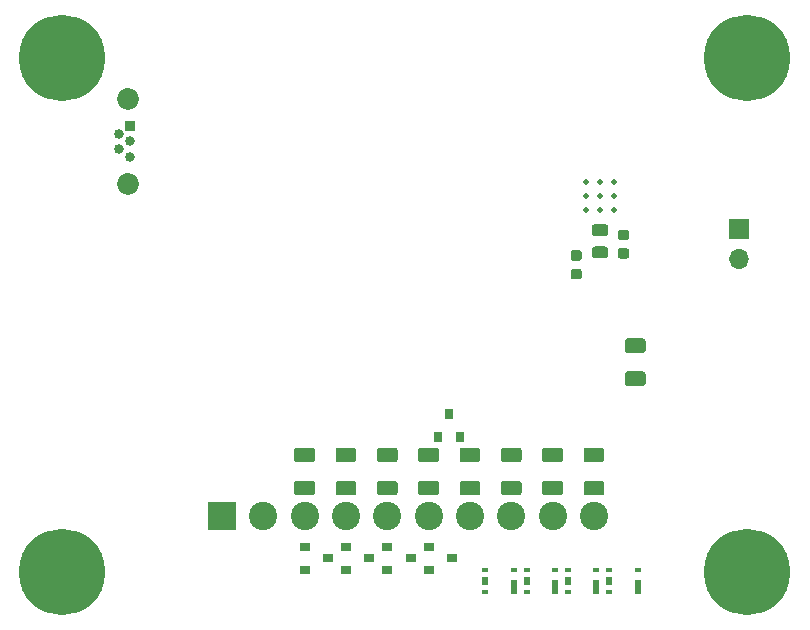
<source format=gbs>
G04 #@! TF.GenerationSoftware,KiCad,Pcbnew,(5.1.2-1)-1*
G04 #@! TF.CreationDate,2019-05-05T13:35:30-05:00*
G04 #@! TF.ProjectId,WiFi-Gate-Controller,57694669-2d47-4617-9465-2d436f6e7472,rev?*
G04 #@! TF.SameCoordinates,Original*
G04 #@! TF.FileFunction,Soldermask,Bot*
G04 #@! TF.FilePolarity,Negative*
%FSLAX46Y46*%
G04 Gerber Fmt 4.6, Leading zero omitted, Abs format (unit mm)*
G04 Created by KiCad (PCBNEW (5.1.2-1)-1) date 2019-05-05 13:35:30*
%MOMM*%
%LPD*%
G04 APERTURE LIST*
%ADD10R,0.500000X1.300000*%
%ADD11R,0.500000X0.400000*%
%ADD12R,0.500000X0.750000*%
%ADD13R,0.800000X0.900000*%
%ADD14C,7.300000*%
%ADD15C,2.400000*%
%ADD16R,2.400000X2.400000*%
%ADD17C,2.000000*%
%ADD18C,0.875000*%
%ADD19R,0.900000X0.800000*%
%ADD20C,1.250000*%
%ADD21C,0.975000*%
%ADD22R,1.700000X1.700000*%
%ADD23O,1.700000X1.700000*%
%ADD24R,0.840000X0.840000*%
%ADD25C,0.840000*%
%ADD26C,1.850000*%
%ADD27C,0.500000*%
G04 APERTURE END LIST*
D10*
X71700000Y-80250000D03*
D11*
X71700000Y-78800000D03*
X69300000Y-78800000D03*
D12*
X69300000Y-79750000D03*
D11*
X69300000Y-80700000D03*
D10*
X75200000Y-80250000D03*
D11*
X75200000Y-78800000D03*
X72800000Y-78800000D03*
D12*
X72800000Y-79750000D03*
D11*
X72800000Y-80700000D03*
D10*
X78700000Y-80250000D03*
D11*
X78700000Y-78800000D03*
X76300000Y-78800000D03*
D12*
X76300000Y-79750000D03*
D11*
X76300000Y-80700000D03*
D10*
X68200000Y-80250000D03*
D11*
X68200000Y-78800000D03*
X65800000Y-78800000D03*
D12*
X65800000Y-79750000D03*
D11*
X65800000Y-80700000D03*
D13*
X63700000Y-67617000D03*
X61800000Y-67617000D03*
X62750000Y-65617000D03*
D14*
X88000000Y-35500000D03*
X88000000Y-79000000D03*
X30000000Y-79000000D03*
X30000000Y-35500000D03*
D15*
X75000000Y-74250000D03*
X71500000Y-74250000D03*
X68000000Y-74250000D03*
D16*
X43500000Y-74250000D03*
D15*
X64500000Y-74281729D03*
X61000000Y-74250000D03*
X57500000Y-74250000D03*
X54000000Y-74250000D03*
X47000000Y-74250000D03*
X50500000Y-74250000D03*
D17*
G36*
X77777691Y-51601053D02*
G01*
X77798926Y-51604203D01*
X77819750Y-51609419D01*
X77839962Y-51616651D01*
X77859368Y-51625830D01*
X77877781Y-51636866D01*
X77895024Y-51649654D01*
X77910930Y-51664070D01*
X77925346Y-51679976D01*
X77938134Y-51697219D01*
X77949170Y-51715632D01*
X77958349Y-51735038D01*
X77965581Y-51755250D01*
X77970797Y-51776074D01*
X77973947Y-51797309D01*
X77975000Y-51818750D01*
X77975000Y-52256250D01*
X77973947Y-52277691D01*
X77970797Y-52298926D01*
X77965581Y-52319750D01*
X77958349Y-52339962D01*
X77949170Y-52359368D01*
X77938134Y-52377781D01*
X77925346Y-52395024D01*
X77910930Y-52410930D01*
X77895024Y-52425346D01*
X77877781Y-52438134D01*
X77859368Y-52449170D01*
X77839962Y-52458349D01*
X77819750Y-52465581D01*
X77798926Y-52470797D01*
X77777691Y-52473947D01*
X77756250Y-52475000D01*
X77243750Y-52475000D01*
X77222309Y-52473947D01*
X77201074Y-52470797D01*
X77180250Y-52465581D01*
X77160038Y-52458349D01*
X77140632Y-52449170D01*
X77122219Y-52438134D01*
X77104976Y-52425346D01*
X77089070Y-52410930D01*
X77074654Y-52395024D01*
X77061866Y-52377781D01*
X77050830Y-52359368D01*
X77041651Y-52339962D01*
X77034419Y-52319750D01*
X77029203Y-52298926D01*
X77026053Y-52277691D01*
X77025000Y-52256250D01*
X77025000Y-51818750D01*
X77026053Y-51797309D01*
X77029203Y-51776074D01*
X77034419Y-51755250D01*
X77041651Y-51735038D01*
X77050830Y-51715632D01*
X77061866Y-51697219D01*
X77074654Y-51679976D01*
X77089070Y-51664070D01*
X77104976Y-51649654D01*
X77122219Y-51636866D01*
X77140632Y-51625830D01*
X77160038Y-51616651D01*
X77180250Y-51609419D01*
X77201074Y-51604203D01*
X77222309Y-51601053D01*
X77243750Y-51600000D01*
X77756250Y-51600000D01*
X77777691Y-51601053D01*
X77777691Y-51601053D01*
G37*
D18*
X77500000Y-52037500D03*
D17*
G36*
X77777691Y-50026053D02*
G01*
X77798926Y-50029203D01*
X77819750Y-50034419D01*
X77839962Y-50041651D01*
X77859368Y-50050830D01*
X77877781Y-50061866D01*
X77895024Y-50074654D01*
X77910930Y-50089070D01*
X77925346Y-50104976D01*
X77938134Y-50122219D01*
X77949170Y-50140632D01*
X77958349Y-50160038D01*
X77965581Y-50180250D01*
X77970797Y-50201074D01*
X77973947Y-50222309D01*
X77975000Y-50243750D01*
X77975000Y-50681250D01*
X77973947Y-50702691D01*
X77970797Y-50723926D01*
X77965581Y-50744750D01*
X77958349Y-50764962D01*
X77949170Y-50784368D01*
X77938134Y-50802781D01*
X77925346Y-50820024D01*
X77910930Y-50835930D01*
X77895024Y-50850346D01*
X77877781Y-50863134D01*
X77859368Y-50874170D01*
X77839962Y-50883349D01*
X77819750Y-50890581D01*
X77798926Y-50895797D01*
X77777691Y-50898947D01*
X77756250Y-50900000D01*
X77243750Y-50900000D01*
X77222309Y-50898947D01*
X77201074Y-50895797D01*
X77180250Y-50890581D01*
X77160038Y-50883349D01*
X77140632Y-50874170D01*
X77122219Y-50863134D01*
X77104976Y-50850346D01*
X77089070Y-50835930D01*
X77074654Y-50820024D01*
X77061866Y-50802781D01*
X77050830Y-50784368D01*
X77041651Y-50764962D01*
X77034419Y-50744750D01*
X77029203Y-50723926D01*
X77026053Y-50702691D01*
X77025000Y-50681250D01*
X77025000Y-50243750D01*
X77026053Y-50222309D01*
X77029203Y-50201074D01*
X77034419Y-50180250D01*
X77041651Y-50160038D01*
X77050830Y-50140632D01*
X77061866Y-50122219D01*
X77074654Y-50104976D01*
X77089070Y-50089070D01*
X77104976Y-50074654D01*
X77122219Y-50061866D01*
X77140632Y-50050830D01*
X77160038Y-50041651D01*
X77180250Y-50034419D01*
X77201074Y-50029203D01*
X77222309Y-50026053D01*
X77243750Y-50025000D01*
X77756250Y-50025000D01*
X77777691Y-50026053D01*
X77777691Y-50026053D01*
G37*
D18*
X77500000Y-50462500D03*
D17*
G36*
X73777691Y-53351053D02*
G01*
X73798926Y-53354203D01*
X73819750Y-53359419D01*
X73839962Y-53366651D01*
X73859368Y-53375830D01*
X73877781Y-53386866D01*
X73895024Y-53399654D01*
X73910930Y-53414070D01*
X73925346Y-53429976D01*
X73938134Y-53447219D01*
X73949170Y-53465632D01*
X73958349Y-53485038D01*
X73965581Y-53505250D01*
X73970797Y-53526074D01*
X73973947Y-53547309D01*
X73975000Y-53568750D01*
X73975000Y-54006250D01*
X73973947Y-54027691D01*
X73970797Y-54048926D01*
X73965581Y-54069750D01*
X73958349Y-54089962D01*
X73949170Y-54109368D01*
X73938134Y-54127781D01*
X73925346Y-54145024D01*
X73910930Y-54160930D01*
X73895024Y-54175346D01*
X73877781Y-54188134D01*
X73859368Y-54199170D01*
X73839962Y-54208349D01*
X73819750Y-54215581D01*
X73798926Y-54220797D01*
X73777691Y-54223947D01*
X73756250Y-54225000D01*
X73243750Y-54225000D01*
X73222309Y-54223947D01*
X73201074Y-54220797D01*
X73180250Y-54215581D01*
X73160038Y-54208349D01*
X73140632Y-54199170D01*
X73122219Y-54188134D01*
X73104976Y-54175346D01*
X73089070Y-54160930D01*
X73074654Y-54145024D01*
X73061866Y-54127781D01*
X73050830Y-54109368D01*
X73041651Y-54089962D01*
X73034419Y-54069750D01*
X73029203Y-54048926D01*
X73026053Y-54027691D01*
X73025000Y-54006250D01*
X73025000Y-53568750D01*
X73026053Y-53547309D01*
X73029203Y-53526074D01*
X73034419Y-53505250D01*
X73041651Y-53485038D01*
X73050830Y-53465632D01*
X73061866Y-53447219D01*
X73074654Y-53429976D01*
X73089070Y-53414070D01*
X73104976Y-53399654D01*
X73122219Y-53386866D01*
X73140632Y-53375830D01*
X73160038Y-53366651D01*
X73180250Y-53359419D01*
X73201074Y-53354203D01*
X73222309Y-53351053D01*
X73243750Y-53350000D01*
X73756250Y-53350000D01*
X73777691Y-53351053D01*
X73777691Y-53351053D01*
G37*
D18*
X73500000Y-53787500D03*
D17*
G36*
X73777691Y-51776053D02*
G01*
X73798926Y-51779203D01*
X73819750Y-51784419D01*
X73839962Y-51791651D01*
X73859368Y-51800830D01*
X73877781Y-51811866D01*
X73895024Y-51824654D01*
X73910930Y-51839070D01*
X73925346Y-51854976D01*
X73938134Y-51872219D01*
X73949170Y-51890632D01*
X73958349Y-51910038D01*
X73965581Y-51930250D01*
X73970797Y-51951074D01*
X73973947Y-51972309D01*
X73975000Y-51993750D01*
X73975000Y-52431250D01*
X73973947Y-52452691D01*
X73970797Y-52473926D01*
X73965581Y-52494750D01*
X73958349Y-52514962D01*
X73949170Y-52534368D01*
X73938134Y-52552781D01*
X73925346Y-52570024D01*
X73910930Y-52585930D01*
X73895024Y-52600346D01*
X73877781Y-52613134D01*
X73859368Y-52624170D01*
X73839962Y-52633349D01*
X73819750Y-52640581D01*
X73798926Y-52645797D01*
X73777691Y-52648947D01*
X73756250Y-52650000D01*
X73243750Y-52650000D01*
X73222309Y-52648947D01*
X73201074Y-52645797D01*
X73180250Y-52640581D01*
X73160038Y-52633349D01*
X73140632Y-52624170D01*
X73122219Y-52613134D01*
X73104976Y-52600346D01*
X73089070Y-52585930D01*
X73074654Y-52570024D01*
X73061866Y-52552781D01*
X73050830Y-52534368D01*
X73041651Y-52514962D01*
X73034419Y-52494750D01*
X73029203Y-52473926D01*
X73026053Y-52452691D01*
X73025000Y-52431250D01*
X73025000Y-51993750D01*
X73026053Y-51972309D01*
X73029203Y-51951074D01*
X73034419Y-51930250D01*
X73041651Y-51910038D01*
X73050830Y-51890632D01*
X73061866Y-51872219D01*
X73074654Y-51854976D01*
X73089070Y-51839070D01*
X73104976Y-51824654D01*
X73122219Y-51811866D01*
X73140632Y-51800830D01*
X73160038Y-51791651D01*
X73180250Y-51784419D01*
X73201074Y-51779203D01*
X73222309Y-51776053D01*
X73243750Y-51775000D01*
X73756250Y-51775000D01*
X73777691Y-51776053D01*
X73777691Y-51776053D01*
G37*
D18*
X73500000Y-52212500D03*
D19*
X50500000Y-78800000D03*
X50500000Y-76900000D03*
X52500000Y-77850000D03*
X56000000Y-77850000D03*
X54000000Y-76900000D03*
X54000000Y-78800000D03*
X57500000Y-78800000D03*
X57500000Y-76900000D03*
X59500000Y-77850000D03*
X63000000Y-77850000D03*
X61000000Y-76900000D03*
X61000000Y-78800000D03*
D17*
G36*
X79149504Y-62026204D02*
G01*
X79173773Y-62029804D01*
X79197571Y-62035765D01*
X79220671Y-62044030D01*
X79242849Y-62054520D01*
X79263893Y-62067133D01*
X79283598Y-62081747D01*
X79301777Y-62098223D01*
X79318253Y-62116402D01*
X79332867Y-62136107D01*
X79345480Y-62157151D01*
X79355970Y-62179329D01*
X79364235Y-62202429D01*
X79370196Y-62226227D01*
X79373796Y-62250496D01*
X79375000Y-62275000D01*
X79375000Y-63025000D01*
X79373796Y-63049504D01*
X79370196Y-63073773D01*
X79364235Y-63097571D01*
X79355970Y-63120671D01*
X79345480Y-63142849D01*
X79332867Y-63163893D01*
X79318253Y-63183598D01*
X79301777Y-63201777D01*
X79283598Y-63218253D01*
X79263893Y-63232867D01*
X79242849Y-63245480D01*
X79220671Y-63255970D01*
X79197571Y-63264235D01*
X79173773Y-63270196D01*
X79149504Y-63273796D01*
X79125000Y-63275000D01*
X77875000Y-63275000D01*
X77850496Y-63273796D01*
X77826227Y-63270196D01*
X77802429Y-63264235D01*
X77779329Y-63255970D01*
X77757151Y-63245480D01*
X77736107Y-63232867D01*
X77716402Y-63218253D01*
X77698223Y-63201777D01*
X77681747Y-63183598D01*
X77667133Y-63163893D01*
X77654520Y-63142849D01*
X77644030Y-63120671D01*
X77635765Y-63097571D01*
X77629804Y-63073773D01*
X77626204Y-63049504D01*
X77625000Y-63025000D01*
X77625000Y-62275000D01*
X77626204Y-62250496D01*
X77629804Y-62226227D01*
X77635765Y-62202429D01*
X77644030Y-62179329D01*
X77654520Y-62157151D01*
X77667133Y-62136107D01*
X77681747Y-62116402D01*
X77698223Y-62098223D01*
X77716402Y-62081747D01*
X77736107Y-62067133D01*
X77757151Y-62054520D01*
X77779329Y-62044030D01*
X77802429Y-62035765D01*
X77826227Y-62029804D01*
X77850496Y-62026204D01*
X77875000Y-62025000D01*
X79125000Y-62025000D01*
X79149504Y-62026204D01*
X79149504Y-62026204D01*
G37*
D20*
X78500000Y-62650000D03*
D17*
G36*
X79149504Y-59226204D02*
G01*
X79173773Y-59229804D01*
X79197571Y-59235765D01*
X79220671Y-59244030D01*
X79242849Y-59254520D01*
X79263893Y-59267133D01*
X79283598Y-59281747D01*
X79301777Y-59298223D01*
X79318253Y-59316402D01*
X79332867Y-59336107D01*
X79345480Y-59357151D01*
X79355970Y-59379329D01*
X79364235Y-59402429D01*
X79370196Y-59426227D01*
X79373796Y-59450496D01*
X79375000Y-59475000D01*
X79375000Y-60225000D01*
X79373796Y-60249504D01*
X79370196Y-60273773D01*
X79364235Y-60297571D01*
X79355970Y-60320671D01*
X79345480Y-60342849D01*
X79332867Y-60363893D01*
X79318253Y-60383598D01*
X79301777Y-60401777D01*
X79283598Y-60418253D01*
X79263893Y-60432867D01*
X79242849Y-60445480D01*
X79220671Y-60455970D01*
X79197571Y-60464235D01*
X79173773Y-60470196D01*
X79149504Y-60473796D01*
X79125000Y-60475000D01*
X77875000Y-60475000D01*
X77850496Y-60473796D01*
X77826227Y-60470196D01*
X77802429Y-60464235D01*
X77779329Y-60455970D01*
X77757151Y-60445480D01*
X77736107Y-60432867D01*
X77716402Y-60418253D01*
X77698223Y-60401777D01*
X77681747Y-60383598D01*
X77667133Y-60363893D01*
X77654520Y-60342849D01*
X77644030Y-60320671D01*
X77635765Y-60297571D01*
X77629804Y-60273773D01*
X77626204Y-60249504D01*
X77625000Y-60225000D01*
X77625000Y-59475000D01*
X77626204Y-59450496D01*
X77629804Y-59426227D01*
X77635765Y-59402429D01*
X77644030Y-59379329D01*
X77654520Y-59357151D01*
X77667133Y-59336107D01*
X77681747Y-59316402D01*
X77698223Y-59298223D01*
X77716402Y-59281747D01*
X77736107Y-59267133D01*
X77757151Y-59254520D01*
X77779329Y-59244030D01*
X77802429Y-59235765D01*
X77826227Y-59229804D01*
X77850496Y-59226204D01*
X77875000Y-59225000D01*
X79125000Y-59225000D01*
X79149504Y-59226204D01*
X79149504Y-59226204D01*
G37*
D20*
X78500000Y-59850000D03*
D17*
G36*
X75995142Y-51451174D02*
G01*
X76018803Y-51454684D01*
X76042007Y-51460496D01*
X76064529Y-51468554D01*
X76086153Y-51478782D01*
X76106670Y-51491079D01*
X76125883Y-51505329D01*
X76143607Y-51521393D01*
X76159671Y-51539117D01*
X76173921Y-51558330D01*
X76186218Y-51578847D01*
X76196446Y-51600471D01*
X76204504Y-51622993D01*
X76210316Y-51646197D01*
X76213826Y-51669858D01*
X76215000Y-51693750D01*
X76215000Y-52181250D01*
X76213826Y-52205142D01*
X76210316Y-52228803D01*
X76204504Y-52252007D01*
X76196446Y-52274529D01*
X76186218Y-52296153D01*
X76173921Y-52316670D01*
X76159671Y-52335883D01*
X76143607Y-52353607D01*
X76125883Y-52369671D01*
X76106670Y-52383921D01*
X76086153Y-52396218D01*
X76064529Y-52406446D01*
X76042007Y-52414504D01*
X76018803Y-52420316D01*
X75995142Y-52423826D01*
X75971250Y-52425000D01*
X75058750Y-52425000D01*
X75034858Y-52423826D01*
X75011197Y-52420316D01*
X74987993Y-52414504D01*
X74965471Y-52406446D01*
X74943847Y-52396218D01*
X74923330Y-52383921D01*
X74904117Y-52369671D01*
X74886393Y-52353607D01*
X74870329Y-52335883D01*
X74856079Y-52316670D01*
X74843782Y-52296153D01*
X74833554Y-52274529D01*
X74825496Y-52252007D01*
X74819684Y-52228803D01*
X74816174Y-52205142D01*
X74815000Y-52181250D01*
X74815000Y-51693750D01*
X74816174Y-51669858D01*
X74819684Y-51646197D01*
X74825496Y-51622993D01*
X74833554Y-51600471D01*
X74843782Y-51578847D01*
X74856079Y-51558330D01*
X74870329Y-51539117D01*
X74886393Y-51521393D01*
X74904117Y-51505329D01*
X74923330Y-51491079D01*
X74943847Y-51478782D01*
X74965471Y-51468554D01*
X74987993Y-51460496D01*
X75011197Y-51454684D01*
X75034858Y-51451174D01*
X75058750Y-51450000D01*
X75971250Y-51450000D01*
X75995142Y-51451174D01*
X75995142Y-51451174D01*
G37*
D21*
X75515000Y-51937500D03*
D17*
G36*
X75995142Y-49576174D02*
G01*
X76018803Y-49579684D01*
X76042007Y-49585496D01*
X76064529Y-49593554D01*
X76086153Y-49603782D01*
X76106670Y-49616079D01*
X76125883Y-49630329D01*
X76143607Y-49646393D01*
X76159671Y-49664117D01*
X76173921Y-49683330D01*
X76186218Y-49703847D01*
X76196446Y-49725471D01*
X76204504Y-49747993D01*
X76210316Y-49771197D01*
X76213826Y-49794858D01*
X76215000Y-49818750D01*
X76215000Y-50306250D01*
X76213826Y-50330142D01*
X76210316Y-50353803D01*
X76204504Y-50377007D01*
X76196446Y-50399529D01*
X76186218Y-50421153D01*
X76173921Y-50441670D01*
X76159671Y-50460883D01*
X76143607Y-50478607D01*
X76125883Y-50494671D01*
X76106670Y-50508921D01*
X76086153Y-50521218D01*
X76064529Y-50531446D01*
X76042007Y-50539504D01*
X76018803Y-50545316D01*
X75995142Y-50548826D01*
X75971250Y-50550000D01*
X75058750Y-50550000D01*
X75034858Y-50548826D01*
X75011197Y-50545316D01*
X74987993Y-50539504D01*
X74965471Y-50531446D01*
X74943847Y-50521218D01*
X74923330Y-50508921D01*
X74904117Y-50494671D01*
X74886393Y-50478607D01*
X74870329Y-50460883D01*
X74856079Y-50441670D01*
X74843782Y-50421153D01*
X74833554Y-50399529D01*
X74825496Y-50377007D01*
X74819684Y-50353803D01*
X74816174Y-50330142D01*
X74815000Y-50306250D01*
X74815000Y-49818750D01*
X74816174Y-49794858D01*
X74819684Y-49771197D01*
X74825496Y-49747993D01*
X74833554Y-49725471D01*
X74843782Y-49703847D01*
X74856079Y-49683330D01*
X74870329Y-49664117D01*
X74886393Y-49646393D01*
X74904117Y-49630329D01*
X74923330Y-49616079D01*
X74943847Y-49603782D01*
X74965471Y-49593554D01*
X74987993Y-49585496D01*
X75011197Y-49579684D01*
X75034858Y-49576174D01*
X75058750Y-49575000D01*
X75971250Y-49575000D01*
X75995142Y-49576174D01*
X75995142Y-49576174D01*
G37*
D21*
X75515000Y-50062500D03*
D22*
X87250000Y-50000000D03*
D23*
X87250000Y-52540000D03*
D17*
G36*
X51149504Y-71276204D02*
G01*
X51173773Y-71279804D01*
X51197571Y-71285765D01*
X51220671Y-71294030D01*
X51242849Y-71304520D01*
X51263893Y-71317133D01*
X51283598Y-71331747D01*
X51301777Y-71348223D01*
X51318253Y-71366402D01*
X51332867Y-71386107D01*
X51345480Y-71407151D01*
X51355970Y-71429329D01*
X51364235Y-71452429D01*
X51370196Y-71476227D01*
X51373796Y-71500496D01*
X51375000Y-71525000D01*
X51375000Y-72275000D01*
X51373796Y-72299504D01*
X51370196Y-72323773D01*
X51364235Y-72347571D01*
X51355970Y-72370671D01*
X51345480Y-72392849D01*
X51332867Y-72413893D01*
X51318253Y-72433598D01*
X51301777Y-72451777D01*
X51283598Y-72468253D01*
X51263893Y-72482867D01*
X51242849Y-72495480D01*
X51220671Y-72505970D01*
X51197571Y-72514235D01*
X51173773Y-72520196D01*
X51149504Y-72523796D01*
X51125000Y-72525000D01*
X49875000Y-72525000D01*
X49850496Y-72523796D01*
X49826227Y-72520196D01*
X49802429Y-72514235D01*
X49779329Y-72505970D01*
X49757151Y-72495480D01*
X49736107Y-72482867D01*
X49716402Y-72468253D01*
X49698223Y-72451777D01*
X49681747Y-72433598D01*
X49667133Y-72413893D01*
X49654520Y-72392849D01*
X49644030Y-72370671D01*
X49635765Y-72347571D01*
X49629804Y-72323773D01*
X49626204Y-72299504D01*
X49625000Y-72275000D01*
X49625000Y-71525000D01*
X49626204Y-71500496D01*
X49629804Y-71476227D01*
X49635765Y-71452429D01*
X49644030Y-71429329D01*
X49654520Y-71407151D01*
X49667133Y-71386107D01*
X49681747Y-71366402D01*
X49698223Y-71348223D01*
X49716402Y-71331747D01*
X49736107Y-71317133D01*
X49757151Y-71304520D01*
X49779329Y-71294030D01*
X49802429Y-71285765D01*
X49826227Y-71279804D01*
X49850496Y-71276204D01*
X49875000Y-71275000D01*
X51125000Y-71275000D01*
X51149504Y-71276204D01*
X51149504Y-71276204D01*
G37*
D20*
X50500000Y-71900000D03*
D17*
G36*
X51149504Y-68476204D02*
G01*
X51173773Y-68479804D01*
X51197571Y-68485765D01*
X51220671Y-68494030D01*
X51242849Y-68504520D01*
X51263893Y-68517133D01*
X51283598Y-68531747D01*
X51301777Y-68548223D01*
X51318253Y-68566402D01*
X51332867Y-68586107D01*
X51345480Y-68607151D01*
X51355970Y-68629329D01*
X51364235Y-68652429D01*
X51370196Y-68676227D01*
X51373796Y-68700496D01*
X51375000Y-68725000D01*
X51375000Y-69475000D01*
X51373796Y-69499504D01*
X51370196Y-69523773D01*
X51364235Y-69547571D01*
X51355970Y-69570671D01*
X51345480Y-69592849D01*
X51332867Y-69613893D01*
X51318253Y-69633598D01*
X51301777Y-69651777D01*
X51283598Y-69668253D01*
X51263893Y-69682867D01*
X51242849Y-69695480D01*
X51220671Y-69705970D01*
X51197571Y-69714235D01*
X51173773Y-69720196D01*
X51149504Y-69723796D01*
X51125000Y-69725000D01*
X49875000Y-69725000D01*
X49850496Y-69723796D01*
X49826227Y-69720196D01*
X49802429Y-69714235D01*
X49779329Y-69705970D01*
X49757151Y-69695480D01*
X49736107Y-69682867D01*
X49716402Y-69668253D01*
X49698223Y-69651777D01*
X49681747Y-69633598D01*
X49667133Y-69613893D01*
X49654520Y-69592849D01*
X49644030Y-69570671D01*
X49635765Y-69547571D01*
X49629804Y-69523773D01*
X49626204Y-69499504D01*
X49625000Y-69475000D01*
X49625000Y-68725000D01*
X49626204Y-68700496D01*
X49629804Y-68676227D01*
X49635765Y-68652429D01*
X49644030Y-68629329D01*
X49654520Y-68607151D01*
X49667133Y-68586107D01*
X49681747Y-68566402D01*
X49698223Y-68548223D01*
X49716402Y-68531747D01*
X49736107Y-68517133D01*
X49757151Y-68504520D01*
X49779329Y-68494030D01*
X49802429Y-68485765D01*
X49826227Y-68479804D01*
X49850496Y-68476204D01*
X49875000Y-68475000D01*
X51125000Y-68475000D01*
X51149504Y-68476204D01*
X51149504Y-68476204D01*
G37*
D20*
X50500000Y-69100000D03*
D17*
G36*
X54649504Y-71276204D02*
G01*
X54673773Y-71279804D01*
X54697571Y-71285765D01*
X54720671Y-71294030D01*
X54742849Y-71304520D01*
X54763893Y-71317133D01*
X54783598Y-71331747D01*
X54801777Y-71348223D01*
X54818253Y-71366402D01*
X54832867Y-71386107D01*
X54845480Y-71407151D01*
X54855970Y-71429329D01*
X54864235Y-71452429D01*
X54870196Y-71476227D01*
X54873796Y-71500496D01*
X54875000Y-71525000D01*
X54875000Y-72275000D01*
X54873796Y-72299504D01*
X54870196Y-72323773D01*
X54864235Y-72347571D01*
X54855970Y-72370671D01*
X54845480Y-72392849D01*
X54832867Y-72413893D01*
X54818253Y-72433598D01*
X54801777Y-72451777D01*
X54783598Y-72468253D01*
X54763893Y-72482867D01*
X54742849Y-72495480D01*
X54720671Y-72505970D01*
X54697571Y-72514235D01*
X54673773Y-72520196D01*
X54649504Y-72523796D01*
X54625000Y-72525000D01*
X53375000Y-72525000D01*
X53350496Y-72523796D01*
X53326227Y-72520196D01*
X53302429Y-72514235D01*
X53279329Y-72505970D01*
X53257151Y-72495480D01*
X53236107Y-72482867D01*
X53216402Y-72468253D01*
X53198223Y-72451777D01*
X53181747Y-72433598D01*
X53167133Y-72413893D01*
X53154520Y-72392849D01*
X53144030Y-72370671D01*
X53135765Y-72347571D01*
X53129804Y-72323773D01*
X53126204Y-72299504D01*
X53125000Y-72275000D01*
X53125000Y-71525000D01*
X53126204Y-71500496D01*
X53129804Y-71476227D01*
X53135765Y-71452429D01*
X53144030Y-71429329D01*
X53154520Y-71407151D01*
X53167133Y-71386107D01*
X53181747Y-71366402D01*
X53198223Y-71348223D01*
X53216402Y-71331747D01*
X53236107Y-71317133D01*
X53257151Y-71304520D01*
X53279329Y-71294030D01*
X53302429Y-71285765D01*
X53326227Y-71279804D01*
X53350496Y-71276204D01*
X53375000Y-71275000D01*
X54625000Y-71275000D01*
X54649504Y-71276204D01*
X54649504Y-71276204D01*
G37*
D20*
X54000000Y-71900000D03*
D17*
G36*
X54649504Y-68476204D02*
G01*
X54673773Y-68479804D01*
X54697571Y-68485765D01*
X54720671Y-68494030D01*
X54742849Y-68504520D01*
X54763893Y-68517133D01*
X54783598Y-68531747D01*
X54801777Y-68548223D01*
X54818253Y-68566402D01*
X54832867Y-68586107D01*
X54845480Y-68607151D01*
X54855970Y-68629329D01*
X54864235Y-68652429D01*
X54870196Y-68676227D01*
X54873796Y-68700496D01*
X54875000Y-68725000D01*
X54875000Y-69475000D01*
X54873796Y-69499504D01*
X54870196Y-69523773D01*
X54864235Y-69547571D01*
X54855970Y-69570671D01*
X54845480Y-69592849D01*
X54832867Y-69613893D01*
X54818253Y-69633598D01*
X54801777Y-69651777D01*
X54783598Y-69668253D01*
X54763893Y-69682867D01*
X54742849Y-69695480D01*
X54720671Y-69705970D01*
X54697571Y-69714235D01*
X54673773Y-69720196D01*
X54649504Y-69723796D01*
X54625000Y-69725000D01*
X53375000Y-69725000D01*
X53350496Y-69723796D01*
X53326227Y-69720196D01*
X53302429Y-69714235D01*
X53279329Y-69705970D01*
X53257151Y-69695480D01*
X53236107Y-69682867D01*
X53216402Y-69668253D01*
X53198223Y-69651777D01*
X53181747Y-69633598D01*
X53167133Y-69613893D01*
X53154520Y-69592849D01*
X53144030Y-69570671D01*
X53135765Y-69547571D01*
X53129804Y-69523773D01*
X53126204Y-69499504D01*
X53125000Y-69475000D01*
X53125000Y-68725000D01*
X53126204Y-68700496D01*
X53129804Y-68676227D01*
X53135765Y-68652429D01*
X53144030Y-68629329D01*
X53154520Y-68607151D01*
X53167133Y-68586107D01*
X53181747Y-68566402D01*
X53198223Y-68548223D01*
X53216402Y-68531747D01*
X53236107Y-68517133D01*
X53257151Y-68504520D01*
X53279329Y-68494030D01*
X53302429Y-68485765D01*
X53326227Y-68479804D01*
X53350496Y-68476204D01*
X53375000Y-68475000D01*
X54625000Y-68475000D01*
X54649504Y-68476204D01*
X54649504Y-68476204D01*
G37*
D20*
X54000000Y-69100000D03*
D17*
G36*
X58149504Y-68476204D02*
G01*
X58173773Y-68479804D01*
X58197571Y-68485765D01*
X58220671Y-68494030D01*
X58242849Y-68504520D01*
X58263893Y-68517133D01*
X58283598Y-68531747D01*
X58301777Y-68548223D01*
X58318253Y-68566402D01*
X58332867Y-68586107D01*
X58345480Y-68607151D01*
X58355970Y-68629329D01*
X58364235Y-68652429D01*
X58370196Y-68676227D01*
X58373796Y-68700496D01*
X58375000Y-68725000D01*
X58375000Y-69475000D01*
X58373796Y-69499504D01*
X58370196Y-69523773D01*
X58364235Y-69547571D01*
X58355970Y-69570671D01*
X58345480Y-69592849D01*
X58332867Y-69613893D01*
X58318253Y-69633598D01*
X58301777Y-69651777D01*
X58283598Y-69668253D01*
X58263893Y-69682867D01*
X58242849Y-69695480D01*
X58220671Y-69705970D01*
X58197571Y-69714235D01*
X58173773Y-69720196D01*
X58149504Y-69723796D01*
X58125000Y-69725000D01*
X56875000Y-69725000D01*
X56850496Y-69723796D01*
X56826227Y-69720196D01*
X56802429Y-69714235D01*
X56779329Y-69705970D01*
X56757151Y-69695480D01*
X56736107Y-69682867D01*
X56716402Y-69668253D01*
X56698223Y-69651777D01*
X56681747Y-69633598D01*
X56667133Y-69613893D01*
X56654520Y-69592849D01*
X56644030Y-69570671D01*
X56635765Y-69547571D01*
X56629804Y-69523773D01*
X56626204Y-69499504D01*
X56625000Y-69475000D01*
X56625000Y-68725000D01*
X56626204Y-68700496D01*
X56629804Y-68676227D01*
X56635765Y-68652429D01*
X56644030Y-68629329D01*
X56654520Y-68607151D01*
X56667133Y-68586107D01*
X56681747Y-68566402D01*
X56698223Y-68548223D01*
X56716402Y-68531747D01*
X56736107Y-68517133D01*
X56757151Y-68504520D01*
X56779329Y-68494030D01*
X56802429Y-68485765D01*
X56826227Y-68479804D01*
X56850496Y-68476204D01*
X56875000Y-68475000D01*
X58125000Y-68475000D01*
X58149504Y-68476204D01*
X58149504Y-68476204D01*
G37*
D20*
X57500000Y-69100000D03*
D17*
G36*
X58149504Y-71276204D02*
G01*
X58173773Y-71279804D01*
X58197571Y-71285765D01*
X58220671Y-71294030D01*
X58242849Y-71304520D01*
X58263893Y-71317133D01*
X58283598Y-71331747D01*
X58301777Y-71348223D01*
X58318253Y-71366402D01*
X58332867Y-71386107D01*
X58345480Y-71407151D01*
X58355970Y-71429329D01*
X58364235Y-71452429D01*
X58370196Y-71476227D01*
X58373796Y-71500496D01*
X58375000Y-71525000D01*
X58375000Y-72275000D01*
X58373796Y-72299504D01*
X58370196Y-72323773D01*
X58364235Y-72347571D01*
X58355970Y-72370671D01*
X58345480Y-72392849D01*
X58332867Y-72413893D01*
X58318253Y-72433598D01*
X58301777Y-72451777D01*
X58283598Y-72468253D01*
X58263893Y-72482867D01*
X58242849Y-72495480D01*
X58220671Y-72505970D01*
X58197571Y-72514235D01*
X58173773Y-72520196D01*
X58149504Y-72523796D01*
X58125000Y-72525000D01*
X56875000Y-72525000D01*
X56850496Y-72523796D01*
X56826227Y-72520196D01*
X56802429Y-72514235D01*
X56779329Y-72505970D01*
X56757151Y-72495480D01*
X56736107Y-72482867D01*
X56716402Y-72468253D01*
X56698223Y-72451777D01*
X56681747Y-72433598D01*
X56667133Y-72413893D01*
X56654520Y-72392849D01*
X56644030Y-72370671D01*
X56635765Y-72347571D01*
X56629804Y-72323773D01*
X56626204Y-72299504D01*
X56625000Y-72275000D01*
X56625000Y-71525000D01*
X56626204Y-71500496D01*
X56629804Y-71476227D01*
X56635765Y-71452429D01*
X56644030Y-71429329D01*
X56654520Y-71407151D01*
X56667133Y-71386107D01*
X56681747Y-71366402D01*
X56698223Y-71348223D01*
X56716402Y-71331747D01*
X56736107Y-71317133D01*
X56757151Y-71304520D01*
X56779329Y-71294030D01*
X56802429Y-71285765D01*
X56826227Y-71279804D01*
X56850496Y-71276204D01*
X56875000Y-71275000D01*
X58125000Y-71275000D01*
X58149504Y-71276204D01*
X58149504Y-71276204D01*
G37*
D20*
X57500000Y-71900000D03*
D17*
G36*
X61649504Y-71276204D02*
G01*
X61673773Y-71279804D01*
X61697571Y-71285765D01*
X61720671Y-71294030D01*
X61742849Y-71304520D01*
X61763893Y-71317133D01*
X61783598Y-71331747D01*
X61801777Y-71348223D01*
X61818253Y-71366402D01*
X61832867Y-71386107D01*
X61845480Y-71407151D01*
X61855970Y-71429329D01*
X61864235Y-71452429D01*
X61870196Y-71476227D01*
X61873796Y-71500496D01*
X61875000Y-71525000D01*
X61875000Y-72275000D01*
X61873796Y-72299504D01*
X61870196Y-72323773D01*
X61864235Y-72347571D01*
X61855970Y-72370671D01*
X61845480Y-72392849D01*
X61832867Y-72413893D01*
X61818253Y-72433598D01*
X61801777Y-72451777D01*
X61783598Y-72468253D01*
X61763893Y-72482867D01*
X61742849Y-72495480D01*
X61720671Y-72505970D01*
X61697571Y-72514235D01*
X61673773Y-72520196D01*
X61649504Y-72523796D01*
X61625000Y-72525000D01*
X60375000Y-72525000D01*
X60350496Y-72523796D01*
X60326227Y-72520196D01*
X60302429Y-72514235D01*
X60279329Y-72505970D01*
X60257151Y-72495480D01*
X60236107Y-72482867D01*
X60216402Y-72468253D01*
X60198223Y-72451777D01*
X60181747Y-72433598D01*
X60167133Y-72413893D01*
X60154520Y-72392849D01*
X60144030Y-72370671D01*
X60135765Y-72347571D01*
X60129804Y-72323773D01*
X60126204Y-72299504D01*
X60125000Y-72275000D01*
X60125000Y-71525000D01*
X60126204Y-71500496D01*
X60129804Y-71476227D01*
X60135765Y-71452429D01*
X60144030Y-71429329D01*
X60154520Y-71407151D01*
X60167133Y-71386107D01*
X60181747Y-71366402D01*
X60198223Y-71348223D01*
X60216402Y-71331747D01*
X60236107Y-71317133D01*
X60257151Y-71304520D01*
X60279329Y-71294030D01*
X60302429Y-71285765D01*
X60326227Y-71279804D01*
X60350496Y-71276204D01*
X60375000Y-71275000D01*
X61625000Y-71275000D01*
X61649504Y-71276204D01*
X61649504Y-71276204D01*
G37*
D20*
X61000000Y-71900000D03*
D17*
G36*
X61649504Y-68476204D02*
G01*
X61673773Y-68479804D01*
X61697571Y-68485765D01*
X61720671Y-68494030D01*
X61742849Y-68504520D01*
X61763893Y-68517133D01*
X61783598Y-68531747D01*
X61801777Y-68548223D01*
X61818253Y-68566402D01*
X61832867Y-68586107D01*
X61845480Y-68607151D01*
X61855970Y-68629329D01*
X61864235Y-68652429D01*
X61870196Y-68676227D01*
X61873796Y-68700496D01*
X61875000Y-68725000D01*
X61875000Y-69475000D01*
X61873796Y-69499504D01*
X61870196Y-69523773D01*
X61864235Y-69547571D01*
X61855970Y-69570671D01*
X61845480Y-69592849D01*
X61832867Y-69613893D01*
X61818253Y-69633598D01*
X61801777Y-69651777D01*
X61783598Y-69668253D01*
X61763893Y-69682867D01*
X61742849Y-69695480D01*
X61720671Y-69705970D01*
X61697571Y-69714235D01*
X61673773Y-69720196D01*
X61649504Y-69723796D01*
X61625000Y-69725000D01*
X60375000Y-69725000D01*
X60350496Y-69723796D01*
X60326227Y-69720196D01*
X60302429Y-69714235D01*
X60279329Y-69705970D01*
X60257151Y-69695480D01*
X60236107Y-69682867D01*
X60216402Y-69668253D01*
X60198223Y-69651777D01*
X60181747Y-69633598D01*
X60167133Y-69613893D01*
X60154520Y-69592849D01*
X60144030Y-69570671D01*
X60135765Y-69547571D01*
X60129804Y-69523773D01*
X60126204Y-69499504D01*
X60125000Y-69475000D01*
X60125000Y-68725000D01*
X60126204Y-68700496D01*
X60129804Y-68676227D01*
X60135765Y-68652429D01*
X60144030Y-68629329D01*
X60154520Y-68607151D01*
X60167133Y-68586107D01*
X60181747Y-68566402D01*
X60198223Y-68548223D01*
X60216402Y-68531747D01*
X60236107Y-68517133D01*
X60257151Y-68504520D01*
X60279329Y-68494030D01*
X60302429Y-68485765D01*
X60326227Y-68479804D01*
X60350496Y-68476204D01*
X60375000Y-68475000D01*
X61625000Y-68475000D01*
X61649504Y-68476204D01*
X61649504Y-68476204D01*
G37*
D20*
X61000000Y-69100000D03*
D17*
G36*
X65149504Y-68476204D02*
G01*
X65173773Y-68479804D01*
X65197571Y-68485765D01*
X65220671Y-68494030D01*
X65242849Y-68504520D01*
X65263893Y-68517133D01*
X65283598Y-68531747D01*
X65301777Y-68548223D01*
X65318253Y-68566402D01*
X65332867Y-68586107D01*
X65345480Y-68607151D01*
X65355970Y-68629329D01*
X65364235Y-68652429D01*
X65370196Y-68676227D01*
X65373796Y-68700496D01*
X65375000Y-68725000D01*
X65375000Y-69475000D01*
X65373796Y-69499504D01*
X65370196Y-69523773D01*
X65364235Y-69547571D01*
X65355970Y-69570671D01*
X65345480Y-69592849D01*
X65332867Y-69613893D01*
X65318253Y-69633598D01*
X65301777Y-69651777D01*
X65283598Y-69668253D01*
X65263893Y-69682867D01*
X65242849Y-69695480D01*
X65220671Y-69705970D01*
X65197571Y-69714235D01*
X65173773Y-69720196D01*
X65149504Y-69723796D01*
X65125000Y-69725000D01*
X63875000Y-69725000D01*
X63850496Y-69723796D01*
X63826227Y-69720196D01*
X63802429Y-69714235D01*
X63779329Y-69705970D01*
X63757151Y-69695480D01*
X63736107Y-69682867D01*
X63716402Y-69668253D01*
X63698223Y-69651777D01*
X63681747Y-69633598D01*
X63667133Y-69613893D01*
X63654520Y-69592849D01*
X63644030Y-69570671D01*
X63635765Y-69547571D01*
X63629804Y-69523773D01*
X63626204Y-69499504D01*
X63625000Y-69475000D01*
X63625000Y-68725000D01*
X63626204Y-68700496D01*
X63629804Y-68676227D01*
X63635765Y-68652429D01*
X63644030Y-68629329D01*
X63654520Y-68607151D01*
X63667133Y-68586107D01*
X63681747Y-68566402D01*
X63698223Y-68548223D01*
X63716402Y-68531747D01*
X63736107Y-68517133D01*
X63757151Y-68504520D01*
X63779329Y-68494030D01*
X63802429Y-68485765D01*
X63826227Y-68479804D01*
X63850496Y-68476204D01*
X63875000Y-68475000D01*
X65125000Y-68475000D01*
X65149504Y-68476204D01*
X65149504Y-68476204D01*
G37*
D20*
X64500000Y-69100000D03*
D17*
G36*
X65149504Y-71276204D02*
G01*
X65173773Y-71279804D01*
X65197571Y-71285765D01*
X65220671Y-71294030D01*
X65242849Y-71304520D01*
X65263893Y-71317133D01*
X65283598Y-71331747D01*
X65301777Y-71348223D01*
X65318253Y-71366402D01*
X65332867Y-71386107D01*
X65345480Y-71407151D01*
X65355970Y-71429329D01*
X65364235Y-71452429D01*
X65370196Y-71476227D01*
X65373796Y-71500496D01*
X65375000Y-71525000D01*
X65375000Y-72275000D01*
X65373796Y-72299504D01*
X65370196Y-72323773D01*
X65364235Y-72347571D01*
X65355970Y-72370671D01*
X65345480Y-72392849D01*
X65332867Y-72413893D01*
X65318253Y-72433598D01*
X65301777Y-72451777D01*
X65283598Y-72468253D01*
X65263893Y-72482867D01*
X65242849Y-72495480D01*
X65220671Y-72505970D01*
X65197571Y-72514235D01*
X65173773Y-72520196D01*
X65149504Y-72523796D01*
X65125000Y-72525000D01*
X63875000Y-72525000D01*
X63850496Y-72523796D01*
X63826227Y-72520196D01*
X63802429Y-72514235D01*
X63779329Y-72505970D01*
X63757151Y-72495480D01*
X63736107Y-72482867D01*
X63716402Y-72468253D01*
X63698223Y-72451777D01*
X63681747Y-72433598D01*
X63667133Y-72413893D01*
X63654520Y-72392849D01*
X63644030Y-72370671D01*
X63635765Y-72347571D01*
X63629804Y-72323773D01*
X63626204Y-72299504D01*
X63625000Y-72275000D01*
X63625000Y-71525000D01*
X63626204Y-71500496D01*
X63629804Y-71476227D01*
X63635765Y-71452429D01*
X63644030Y-71429329D01*
X63654520Y-71407151D01*
X63667133Y-71386107D01*
X63681747Y-71366402D01*
X63698223Y-71348223D01*
X63716402Y-71331747D01*
X63736107Y-71317133D01*
X63757151Y-71304520D01*
X63779329Y-71294030D01*
X63802429Y-71285765D01*
X63826227Y-71279804D01*
X63850496Y-71276204D01*
X63875000Y-71275000D01*
X65125000Y-71275000D01*
X65149504Y-71276204D01*
X65149504Y-71276204D01*
G37*
D20*
X64500000Y-71900000D03*
D17*
G36*
X68649504Y-71276204D02*
G01*
X68673773Y-71279804D01*
X68697571Y-71285765D01*
X68720671Y-71294030D01*
X68742849Y-71304520D01*
X68763893Y-71317133D01*
X68783598Y-71331747D01*
X68801777Y-71348223D01*
X68818253Y-71366402D01*
X68832867Y-71386107D01*
X68845480Y-71407151D01*
X68855970Y-71429329D01*
X68864235Y-71452429D01*
X68870196Y-71476227D01*
X68873796Y-71500496D01*
X68875000Y-71525000D01*
X68875000Y-72275000D01*
X68873796Y-72299504D01*
X68870196Y-72323773D01*
X68864235Y-72347571D01*
X68855970Y-72370671D01*
X68845480Y-72392849D01*
X68832867Y-72413893D01*
X68818253Y-72433598D01*
X68801777Y-72451777D01*
X68783598Y-72468253D01*
X68763893Y-72482867D01*
X68742849Y-72495480D01*
X68720671Y-72505970D01*
X68697571Y-72514235D01*
X68673773Y-72520196D01*
X68649504Y-72523796D01*
X68625000Y-72525000D01*
X67375000Y-72525000D01*
X67350496Y-72523796D01*
X67326227Y-72520196D01*
X67302429Y-72514235D01*
X67279329Y-72505970D01*
X67257151Y-72495480D01*
X67236107Y-72482867D01*
X67216402Y-72468253D01*
X67198223Y-72451777D01*
X67181747Y-72433598D01*
X67167133Y-72413893D01*
X67154520Y-72392849D01*
X67144030Y-72370671D01*
X67135765Y-72347571D01*
X67129804Y-72323773D01*
X67126204Y-72299504D01*
X67125000Y-72275000D01*
X67125000Y-71525000D01*
X67126204Y-71500496D01*
X67129804Y-71476227D01*
X67135765Y-71452429D01*
X67144030Y-71429329D01*
X67154520Y-71407151D01*
X67167133Y-71386107D01*
X67181747Y-71366402D01*
X67198223Y-71348223D01*
X67216402Y-71331747D01*
X67236107Y-71317133D01*
X67257151Y-71304520D01*
X67279329Y-71294030D01*
X67302429Y-71285765D01*
X67326227Y-71279804D01*
X67350496Y-71276204D01*
X67375000Y-71275000D01*
X68625000Y-71275000D01*
X68649504Y-71276204D01*
X68649504Y-71276204D01*
G37*
D20*
X68000000Y-71900000D03*
D17*
G36*
X68649504Y-68476204D02*
G01*
X68673773Y-68479804D01*
X68697571Y-68485765D01*
X68720671Y-68494030D01*
X68742849Y-68504520D01*
X68763893Y-68517133D01*
X68783598Y-68531747D01*
X68801777Y-68548223D01*
X68818253Y-68566402D01*
X68832867Y-68586107D01*
X68845480Y-68607151D01*
X68855970Y-68629329D01*
X68864235Y-68652429D01*
X68870196Y-68676227D01*
X68873796Y-68700496D01*
X68875000Y-68725000D01*
X68875000Y-69475000D01*
X68873796Y-69499504D01*
X68870196Y-69523773D01*
X68864235Y-69547571D01*
X68855970Y-69570671D01*
X68845480Y-69592849D01*
X68832867Y-69613893D01*
X68818253Y-69633598D01*
X68801777Y-69651777D01*
X68783598Y-69668253D01*
X68763893Y-69682867D01*
X68742849Y-69695480D01*
X68720671Y-69705970D01*
X68697571Y-69714235D01*
X68673773Y-69720196D01*
X68649504Y-69723796D01*
X68625000Y-69725000D01*
X67375000Y-69725000D01*
X67350496Y-69723796D01*
X67326227Y-69720196D01*
X67302429Y-69714235D01*
X67279329Y-69705970D01*
X67257151Y-69695480D01*
X67236107Y-69682867D01*
X67216402Y-69668253D01*
X67198223Y-69651777D01*
X67181747Y-69633598D01*
X67167133Y-69613893D01*
X67154520Y-69592849D01*
X67144030Y-69570671D01*
X67135765Y-69547571D01*
X67129804Y-69523773D01*
X67126204Y-69499504D01*
X67125000Y-69475000D01*
X67125000Y-68725000D01*
X67126204Y-68700496D01*
X67129804Y-68676227D01*
X67135765Y-68652429D01*
X67144030Y-68629329D01*
X67154520Y-68607151D01*
X67167133Y-68586107D01*
X67181747Y-68566402D01*
X67198223Y-68548223D01*
X67216402Y-68531747D01*
X67236107Y-68517133D01*
X67257151Y-68504520D01*
X67279329Y-68494030D01*
X67302429Y-68485765D01*
X67326227Y-68479804D01*
X67350496Y-68476204D01*
X67375000Y-68475000D01*
X68625000Y-68475000D01*
X68649504Y-68476204D01*
X68649504Y-68476204D01*
G37*
D20*
X68000000Y-69100000D03*
D17*
G36*
X72149504Y-68476204D02*
G01*
X72173773Y-68479804D01*
X72197571Y-68485765D01*
X72220671Y-68494030D01*
X72242849Y-68504520D01*
X72263893Y-68517133D01*
X72283598Y-68531747D01*
X72301777Y-68548223D01*
X72318253Y-68566402D01*
X72332867Y-68586107D01*
X72345480Y-68607151D01*
X72355970Y-68629329D01*
X72364235Y-68652429D01*
X72370196Y-68676227D01*
X72373796Y-68700496D01*
X72375000Y-68725000D01*
X72375000Y-69475000D01*
X72373796Y-69499504D01*
X72370196Y-69523773D01*
X72364235Y-69547571D01*
X72355970Y-69570671D01*
X72345480Y-69592849D01*
X72332867Y-69613893D01*
X72318253Y-69633598D01*
X72301777Y-69651777D01*
X72283598Y-69668253D01*
X72263893Y-69682867D01*
X72242849Y-69695480D01*
X72220671Y-69705970D01*
X72197571Y-69714235D01*
X72173773Y-69720196D01*
X72149504Y-69723796D01*
X72125000Y-69725000D01*
X70875000Y-69725000D01*
X70850496Y-69723796D01*
X70826227Y-69720196D01*
X70802429Y-69714235D01*
X70779329Y-69705970D01*
X70757151Y-69695480D01*
X70736107Y-69682867D01*
X70716402Y-69668253D01*
X70698223Y-69651777D01*
X70681747Y-69633598D01*
X70667133Y-69613893D01*
X70654520Y-69592849D01*
X70644030Y-69570671D01*
X70635765Y-69547571D01*
X70629804Y-69523773D01*
X70626204Y-69499504D01*
X70625000Y-69475000D01*
X70625000Y-68725000D01*
X70626204Y-68700496D01*
X70629804Y-68676227D01*
X70635765Y-68652429D01*
X70644030Y-68629329D01*
X70654520Y-68607151D01*
X70667133Y-68586107D01*
X70681747Y-68566402D01*
X70698223Y-68548223D01*
X70716402Y-68531747D01*
X70736107Y-68517133D01*
X70757151Y-68504520D01*
X70779329Y-68494030D01*
X70802429Y-68485765D01*
X70826227Y-68479804D01*
X70850496Y-68476204D01*
X70875000Y-68475000D01*
X72125000Y-68475000D01*
X72149504Y-68476204D01*
X72149504Y-68476204D01*
G37*
D20*
X71500000Y-69100000D03*
D17*
G36*
X72149504Y-71276204D02*
G01*
X72173773Y-71279804D01*
X72197571Y-71285765D01*
X72220671Y-71294030D01*
X72242849Y-71304520D01*
X72263893Y-71317133D01*
X72283598Y-71331747D01*
X72301777Y-71348223D01*
X72318253Y-71366402D01*
X72332867Y-71386107D01*
X72345480Y-71407151D01*
X72355970Y-71429329D01*
X72364235Y-71452429D01*
X72370196Y-71476227D01*
X72373796Y-71500496D01*
X72375000Y-71525000D01*
X72375000Y-72275000D01*
X72373796Y-72299504D01*
X72370196Y-72323773D01*
X72364235Y-72347571D01*
X72355970Y-72370671D01*
X72345480Y-72392849D01*
X72332867Y-72413893D01*
X72318253Y-72433598D01*
X72301777Y-72451777D01*
X72283598Y-72468253D01*
X72263893Y-72482867D01*
X72242849Y-72495480D01*
X72220671Y-72505970D01*
X72197571Y-72514235D01*
X72173773Y-72520196D01*
X72149504Y-72523796D01*
X72125000Y-72525000D01*
X70875000Y-72525000D01*
X70850496Y-72523796D01*
X70826227Y-72520196D01*
X70802429Y-72514235D01*
X70779329Y-72505970D01*
X70757151Y-72495480D01*
X70736107Y-72482867D01*
X70716402Y-72468253D01*
X70698223Y-72451777D01*
X70681747Y-72433598D01*
X70667133Y-72413893D01*
X70654520Y-72392849D01*
X70644030Y-72370671D01*
X70635765Y-72347571D01*
X70629804Y-72323773D01*
X70626204Y-72299504D01*
X70625000Y-72275000D01*
X70625000Y-71525000D01*
X70626204Y-71500496D01*
X70629804Y-71476227D01*
X70635765Y-71452429D01*
X70644030Y-71429329D01*
X70654520Y-71407151D01*
X70667133Y-71386107D01*
X70681747Y-71366402D01*
X70698223Y-71348223D01*
X70716402Y-71331747D01*
X70736107Y-71317133D01*
X70757151Y-71304520D01*
X70779329Y-71294030D01*
X70802429Y-71285765D01*
X70826227Y-71279804D01*
X70850496Y-71276204D01*
X70875000Y-71275000D01*
X72125000Y-71275000D01*
X72149504Y-71276204D01*
X72149504Y-71276204D01*
G37*
D20*
X71500000Y-71900000D03*
D17*
G36*
X75649504Y-71276204D02*
G01*
X75673773Y-71279804D01*
X75697571Y-71285765D01*
X75720671Y-71294030D01*
X75742849Y-71304520D01*
X75763893Y-71317133D01*
X75783598Y-71331747D01*
X75801777Y-71348223D01*
X75818253Y-71366402D01*
X75832867Y-71386107D01*
X75845480Y-71407151D01*
X75855970Y-71429329D01*
X75864235Y-71452429D01*
X75870196Y-71476227D01*
X75873796Y-71500496D01*
X75875000Y-71525000D01*
X75875000Y-72275000D01*
X75873796Y-72299504D01*
X75870196Y-72323773D01*
X75864235Y-72347571D01*
X75855970Y-72370671D01*
X75845480Y-72392849D01*
X75832867Y-72413893D01*
X75818253Y-72433598D01*
X75801777Y-72451777D01*
X75783598Y-72468253D01*
X75763893Y-72482867D01*
X75742849Y-72495480D01*
X75720671Y-72505970D01*
X75697571Y-72514235D01*
X75673773Y-72520196D01*
X75649504Y-72523796D01*
X75625000Y-72525000D01*
X74375000Y-72525000D01*
X74350496Y-72523796D01*
X74326227Y-72520196D01*
X74302429Y-72514235D01*
X74279329Y-72505970D01*
X74257151Y-72495480D01*
X74236107Y-72482867D01*
X74216402Y-72468253D01*
X74198223Y-72451777D01*
X74181747Y-72433598D01*
X74167133Y-72413893D01*
X74154520Y-72392849D01*
X74144030Y-72370671D01*
X74135765Y-72347571D01*
X74129804Y-72323773D01*
X74126204Y-72299504D01*
X74125000Y-72275000D01*
X74125000Y-71525000D01*
X74126204Y-71500496D01*
X74129804Y-71476227D01*
X74135765Y-71452429D01*
X74144030Y-71429329D01*
X74154520Y-71407151D01*
X74167133Y-71386107D01*
X74181747Y-71366402D01*
X74198223Y-71348223D01*
X74216402Y-71331747D01*
X74236107Y-71317133D01*
X74257151Y-71304520D01*
X74279329Y-71294030D01*
X74302429Y-71285765D01*
X74326227Y-71279804D01*
X74350496Y-71276204D01*
X74375000Y-71275000D01*
X75625000Y-71275000D01*
X75649504Y-71276204D01*
X75649504Y-71276204D01*
G37*
D20*
X75000000Y-71900000D03*
D17*
G36*
X75649504Y-68476204D02*
G01*
X75673773Y-68479804D01*
X75697571Y-68485765D01*
X75720671Y-68494030D01*
X75742849Y-68504520D01*
X75763893Y-68517133D01*
X75783598Y-68531747D01*
X75801777Y-68548223D01*
X75818253Y-68566402D01*
X75832867Y-68586107D01*
X75845480Y-68607151D01*
X75855970Y-68629329D01*
X75864235Y-68652429D01*
X75870196Y-68676227D01*
X75873796Y-68700496D01*
X75875000Y-68725000D01*
X75875000Y-69475000D01*
X75873796Y-69499504D01*
X75870196Y-69523773D01*
X75864235Y-69547571D01*
X75855970Y-69570671D01*
X75845480Y-69592849D01*
X75832867Y-69613893D01*
X75818253Y-69633598D01*
X75801777Y-69651777D01*
X75783598Y-69668253D01*
X75763893Y-69682867D01*
X75742849Y-69695480D01*
X75720671Y-69705970D01*
X75697571Y-69714235D01*
X75673773Y-69720196D01*
X75649504Y-69723796D01*
X75625000Y-69725000D01*
X74375000Y-69725000D01*
X74350496Y-69723796D01*
X74326227Y-69720196D01*
X74302429Y-69714235D01*
X74279329Y-69705970D01*
X74257151Y-69695480D01*
X74236107Y-69682867D01*
X74216402Y-69668253D01*
X74198223Y-69651777D01*
X74181747Y-69633598D01*
X74167133Y-69613893D01*
X74154520Y-69592849D01*
X74144030Y-69570671D01*
X74135765Y-69547571D01*
X74129804Y-69523773D01*
X74126204Y-69499504D01*
X74125000Y-69475000D01*
X74125000Y-68725000D01*
X74126204Y-68700496D01*
X74129804Y-68676227D01*
X74135765Y-68652429D01*
X74144030Y-68629329D01*
X74154520Y-68607151D01*
X74167133Y-68586107D01*
X74181747Y-68566402D01*
X74198223Y-68548223D01*
X74216402Y-68531747D01*
X74236107Y-68517133D01*
X74257151Y-68504520D01*
X74279329Y-68494030D01*
X74302429Y-68485765D01*
X74326227Y-68479804D01*
X74350496Y-68476204D01*
X74375000Y-68475000D01*
X75625000Y-68475000D01*
X75649504Y-68476204D01*
X75649504Y-68476204D01*
G37*
D20*
X75000000Y-69100000D03*
D24*
X35750000Y-41250000D03*
D25*
X34750000Y-41900000D03*
X35750000Y-42550000D03*
X34750000Y-43200000D03*
X35750000Y-43850000D03*
D26*
X35530000Y-38975000D03*
X35530000Y-46125000D03*
D27*
X76715000Y-48350000D03*
X75515000Y-48350000D03*
X74315000Y-48350000D03*
X76715000Y-45950000D03*
X75515000Y-45950000D03*
X74315000Y-45950000D03*
X76715000Y-47150000D03*
X74315000Y-47150000D03*
X75515000Y-47150000D03*
M02*

</source>
